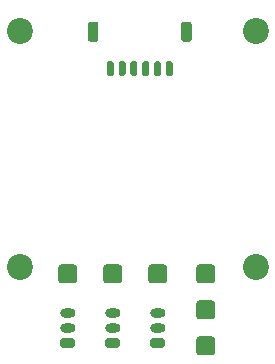
<source format=gbr>
%TF.GenerationSoftware,KiCad,Pcbnew,(5.1.9)-1*%
%TF.CreationDate,2022-05-31T00:47:08+01:00*%
%TF.ProjectId,board,626f6172-642e-46b6-9963-61645f706362,rev?*%
%TF.SameCoordinates,Original*%
%TF.FileFunction,Soldermask,Top*%
%TF.FilePolarity,Negative*%
%FSLAX46Y46*%
G04 Gerber Fmt 4.6, Leading zero omitted, Abs format (unit mm)*
G04 Created by KiCad (PCBNEW (5.1.9)-1) date 2022-05-31 00:47:08*
%MOMM*%
%LPD*%
G01*
G04 APERTURE LIST*
%ADD10O,1.300000X0.800000*%
%ADD11C,2.200000*%
G04 APERTURE END LIST*
%TO.C,J13*%
G36*
G01*
X107480000Y-122386000D02*
X107480000Y-123486000D01*
G75*
G02*
X107230000Y-123736000I-250000J0D01*
G01*
X106130000Y-123736000D01*
G75*
G02*
X105880000Y-123486000I0J250000D01*
G01*
X105880000Y-122386000D01*
G75*
G02*
X106130000Y-122136000I250000J0D01*
G01*
X107230000Y-122136000D01*
G75*
G02*
X107480000Y-122386000I0J-250000D01*
G01*
G37*
%TD*%
%TO.C,J10*%
G36*
G01*
X117814000Y-125184000D02*
X118914000Y-125184000D01*
G75*
G02*
X119164000Y-125434000I0J-250000D01*
G01*
X119164000Y-126534000D01*
G75*
G02*
X118914000Y-126784000I-250000J0D01*
G01*
X117814000Y-126784000D01*
G75*
G02*
X117564000Y-126534000I0J250000D01*
G01*
X117564000Y-125434000D01*
G75*
G02*
X117814000Y-125184000I250000J0D01*
G01*
G37*
%TD*%
%TO.C,J9*%
G36*
G01*
X118914000Y-123736000D02*
X117814000Y-123736000D01*
G75*
G02*
X117564000Y-123486000I0J250000D01*
G01*
X117564000Y-122386000D01*
G75*
G02*
X117814000Y-122136000I250000J0D01*
G01*
X118914000Y-122136000D01*
G75*
G02*
X119164000Y-122386000I0J-250000D01*
G01*
X119164000Y-123486000D01*
G75*
G02*
X118914000Y-123736000I-250000J0D01*
G01*
G37*
%TD*%
%TO.C,J8*%
G36*
G01*
X113500000Y-123486000D02*
X113500000Y-122386000D01*
G75*
G02*
X113750000Y-122136000I250000J0D01*
G01*
X114850000Y-122136000D01*
G75*
G02*
X115100000Y-122386000I0J-250000D01*
G01*
X115100000Y-123486000D01*
G75*
G02*
X114850000Y-123736000I-250000J0D01*
G01*
X113750000Y-123736000D01*
G75*
G02*
X113500000Y-123486000I0J250000D01*
G01*
G37*
%TD*%
%TO.C,J7*%
G36*
G01*
X109690000Y-123486000D02*
X109690000Y-122386000D01*
G75*
G02*
X109940000Y-122136000I250000J0D01*
G01*
X111040000Y-122136000D01*
G75*
G02*
X111290000Y-122386000I0J-250000D01*
G01*
X111290000Y-123486000D01*
G75*
G02*
X111040000Y-123736000I-250000J0D01*
G01*
X109940000Y-123736000D01*
G75*
G02*
X109690000Y-123486000I0J250000D01*
G01*
G37*
%TD*%
%TO.C,J6*%
G36*
G01*
X117814000Y-128232000D02*
X118914000Y-128232000D01*
G75*
G02*
X119164000Y-128482000I0J-250000D01*
G01*
X119164000Y-129582000D01*
G75*
G02*
X118914000Y-129832000I-250000J0D01*
G01*
X117814000Y-129832000D01*
G75*
G02*
X117564000Y-129582000I0J250000D01*
G01*
X117564000Y-128482000D01*
G75*
G02*
X117814000Y-128232000I250000J0D01*
G01*
G37*
%TD*%
D10*
%TO.C,J4*%
X114300000Y-126278000D03*
X114300000Y-127528000D03*
G36*
G01*
X114750000Y-129178000D02*
X113850000Y-129178000D01*
G75*
G02*
X113650000Y-128978000I0J200000D01*
G01*
X113650000Y-128578000D01*
G75*
G02*
X113850000Y-128378000I200000J0D01*
G01*
X114750000Y-128378000D01*
G75*
G02*
X114950000Y-128578000I0J-200000D01*
G01*
X114950000Y-128978000D01*
G75*
G02*
X114750000Y-129178000I-200000J0D01*
G01*
G37*
%TD*%
%TO.C,J3*%
X110490000Y-126278000D03*
X110490000Y-127528000D03*
G36*
G01*
X110940000Y-129178000D02*
X110040000Y-129178000D01*
G75*
G02*
X109840000Y-128978000I0J200000D01*
G01*
X109840000Y-128578000D01*
G75*
G02*
X110040000Y-128378000I200000J0D01*
G01*
X110940000Y-128378000D01*
G75*
G02*
X111140000Y-128578000I0J-200000D01*
G01*
X111140000Y-128978000D01*
G75*
G02*
X110940000Y-129178000I-200000J0D01*
G01*
G37*
%TD*%
%TO.C,J2*%
X106680000Y-126278000D03*
X106680000Y-127528000D03*
G36*
G01*
X107130000Y-129178000D02*
X106230000Y-129178000D01*
G75*
G02*
X106030000Y-128978000I0J200000D01*
G01*
X106030000Y-128578000D01*
G75*
G02*
X106230000Y-128378000I200000J0D01*
G01*
X107130000Y-128378000D01*
G75*
G02*
X107330000Y-128578000I0J-200000D01*
G01*
X107330000Y-128978000D01*
G75*
G02*
X107130000Y-129178000I-200000J0D01*
G01*
G37*
%TD*%
D11*
%TO.C,H4*%
X122596000Y-122376000D03*
%TD*%
%TO.C,J1*%
G36*
G01*
X109276000Y-101811000D02*
X109276000Y-103061000D01*
G75*
G02*
X109051000Y-103286000I-225000J0D01*
G01*
X108601000Y-103286000D01*
G75*
G02*
X108376000Y-103061000I0J225000D01*
G01*
X108376000Y-101811000D01*
G75*
G02*
X108601000Y-101586000I225000J0D01*
G01*
X109051000Y-101586000D01*
G75*
G02*
X109276000Y-101811000I0J-225000D01*
G01*
G37*
G36*
G01*
X117176000Y-101811000D02*
X117176000Y-103061000D01*
G75*
G02*
X116951000Y-103286000I-225000J0D01*
G01*
X116501000Y-103286000D01*
G75*
G02*
X116276000Y-103061000I0J225000D01*
G01*
X116276000Y-101811000D01*
G75*
G02*
X116501000Y-101586000I225000J0D01*
G01*
X116951000Y-101586000D01*
G75*
G02*
X117176000Y-101811000I0J-225000D01*
G01*
G37*
G36*
G01*
X110576000Y-105086000D02*
X110576000Y-106036000D01*
G75*
G02*
X110426000Y-106186000I-150000J0D01*
G01*
X110126000Y-106186000D01*
G75*
G02*
X109976000Y-106036000I0J150000D01*
G01*
X109976000Y-105086000D01*
G75*
G02*
X110126000Y-104936000I150000J0D01*
G01*
X110426000Y-104936000D01*
G75*
G02*
X110576000Y-105086000I0J-150000D01*
G01*
G37*
G36*
G01*
X111576000Y-105086000D02*
X111576000Y-106036000D01*
G75*
G02*
X111426000Y-106186000I-150000J0D01*
G01*
X111126000Y-106186000D01*
G75*
G02*
X110976000Y-106036000I0J150000D01*
G01*
X110976000Y-105086000D01*
G75*
G02*
X111126000Y-104936000I150000J0D01*
G01*
X111426000Y-104936000D01*
G75*
G02*
X111576000Y-105086000I0J-150000D01*
G01*
G37*
G36*
G01*
X112576000Y-105086000D02*
X112576000Y-106036000D01*
G75*
G02*
X112426000Y-106186000I-150000J0D01*
G01*
X112126000Y-106186000D01*
G75*
G02*
X111976000Y-106036000I0J150000D01*
G01*
X111976000Y-105086000D01*
G75*
G02*
X112126000Y-104936000I150000J0D01*
G01*
X112426000Y-104936000D01*
G75*
G02*
X112576000Y-105086000I0J-150000D01*
G01*
G37*
G36*
G01*
X113576000Y-105086000D02*
X113576000Y-106036000D01*
G75*
G02*
X113426000Y-106186000I-150000J0D01*
G01*
X113126000Y-106186000D01*
G75*
G02*
X112976000Y-106036000I0J150000D01*
G01*
X112976000Y-105086000D01*
G75*
G02*
X113126000Y-104936000I150000J0D01*
G01*
X113426000Y-104936000D01*
G75*
G02*
X113576000Y-105086000I0J-150000D01*
G01*
G37*
G36*
G01*
X114576000Y-105086000D02*
X114576000Y-106036000D01*
G75*
G02*
X114426000Y-106186000I-150000J0D01*
G01*
X114126000Y-106186000D01*
G75*
G02*
X113976000Y-106036000I0J150000D01*
G01*
X113976000Y-105086000D01*
G75*
G02*
X114126000Y-104936000I150000J0D01*
G01*
X114426000Y-104936000D01*
G75*
G02*
X114576000Y-105086000I0J-150000D01*
G01*
G37*
G36*
G01*
X115576000Y-105086000D02*
X115576000Y-106036000D01*
G75*
G02*
X115426000Y-106186000I-150000J0D01*
G01*
X115126000Y-106186000D01*
G75*
G02*
X114976000Y-106036000I0J150000D01*
G01*
X114976000Y-105086000D01*
G75*
G02*
X115126000Y-104936000I150000J0D01*
G01*
X115426000Y-104936000D01*
G75*
G02*
X115576000Y-105086000I0J-150000D01*
G01*
G37*
%TD*%
%TO.C,H3*%
X122596000Y-102376000D03*
%TD*%
%TO.C,H2*%
X102596000Y-122376000D03*
%TD*%
%TO.C,H1*%
X102596000Y-102376000D03*
%TD*%
M02*

</source>
